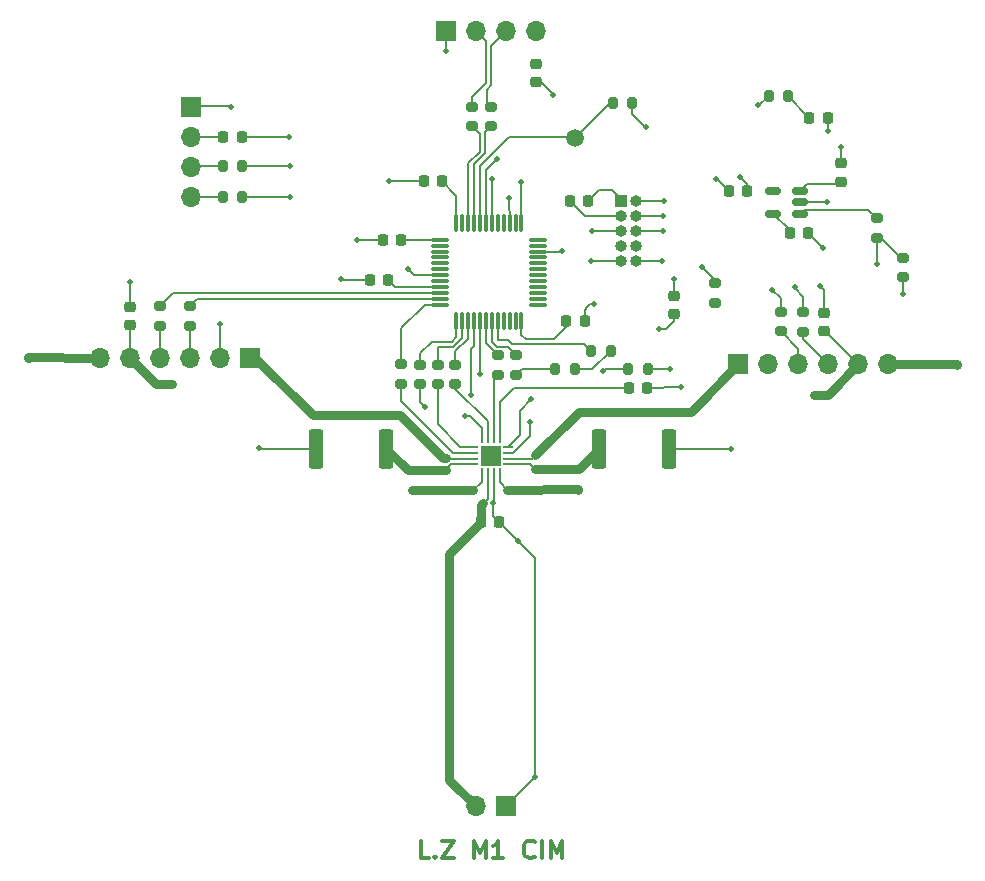
<source format=gbr>
%TF.GenerationSoftware,KiCad,Pcbnew,7.0.10*%
%TF.CreationDate,2024-01-31T17:44:34+01:00*%
%TF.ProjectId,minimouse,6d696e69-6d6f-4757-9365-2e6b69636164,rev?*%
%TF.SameCoordinates,Original*%
%TF.FileFunction,Copper,L1,Top*%
%TF.FilePolarity,Positive*%
%FSLAX46Y46*%
G04 Gerber Fmt 4.6, Leading zero omitted, Abs format (unit mm)*
G04 Created by KiCad (PCBNEW 7.0.10) date 2024-01-31 17:44:34*
%MOMM*%
%LPD*%
G01*
G04 APERTURE LIST*
G04 Aperture macros list*
%AMRoundRect*
0 Rectangle with rounded corners*
0 $1 Rounding radius*
0 $2 $3 $4 $5 $6 $7 $8 $9 X,Y pos of 4 corners*
0 Add a 4 corners polygon primitive as box body*
4,1,4,$2,$3,$4,$5,$6,$7,$8,$9,$2,$3,0*
0 Add four circle primitives for the rounded corners*
1,1,$1+$1,$2,$3*
1,1,$1+$1,$4,$5*
1,1,$1+$1,$6,$7*
1,1,$1+$1,$8,$9*
0 Add four rect primitives between the rounded corners*
20,1,$1+$1,$2,$3,$4,$5,0*
20,1,$1+$1,$4,$5,$6,$7,0*
20,1,$1+$1,$6,$7,$8,$9,0*
20,1,$1+$1,$8,$9,$2,$3,0*%
G04 Aperture macros list end*
%ADD10C,0.300000*%
%TA.AperFunction,NonConductor*%
%ADD11C,0.300000*%
%TD*%
%TA.AperFunction,ComponentPad*%
%ADD12R,1.700000X1.700000*%
%TD*%
%TA.AperFunction,ComponentPad*%
%ADD13O,1.700000X1.700000*%
%TD*%
%TA.AperFunction,SMDPad,CuDef*%
%ADD14RoundRect,0.225000X0.225000X0.250000X-0.225000X0.250000X-0.225000X-0.250000X0.225000X-0.250000X0*%
%TD*%
%TA.AperFunction,SMDPad,CuDef*%
%ADD15RoundRect,0.075000X-0.075000X-0.662500X0.075000X-0.662500X0.075000X0.662500X-0.075000X0.662500X0*%
%TD*%
%TA.AperFunction,SMDPad,CuDef*%
%ADD16RoundRect,0.075000X-0.662500X-0.075000X0.662500X-0.075000X0.662500X0.075000X-0.662500X0.075000X0*%
%TD*%
%TA.AperFunction,SMDPad,CuDef*%
%ADD17RoundRect,0.200000X-0.200000X-0.275000X0.200000X-0.275000X0.200000X0.275000X-0.200000X0.275000X0*%
%TD*%
%TA.AperFunction,SMDPad,CuDef*%
%ADD18RoundRect,0.225000X0.250000X-0.225000X0.250000X0.225000X-0.250000X0.225000X-0.250000X-0.225000X0*%
%TD*%
%TA.AperFunction,SMDPad,CuDef*%
%ADD19RoundRect,0.225000X-0.250000X0.225000X-0.250000X-0.225000X0.250000X-0.225000X0.250000X0.225000X0*%
%TD*%
%TA.AperFunction,SMDPad,CuDef*%
%ADD20RoundRect,0.200000X-0.275000X0.200000X-0.275000X-0.200000X0.275000X-0.200000X0.275000X0.200000X0*%
%TD*%
%TA.AperFunction,SMDPad,CuDef*%
%ADD21C,1.500000*%
%TD*%
%TA.AperFunction,SMDPad,CuDef*%
%ADD22RoundRect,0.062500X-0.325000X-0.062500X0.325000X-0.062500X0.325000X0.062500X-0.325000X0.062500X0*%
%TD*%
%TA.AperFunction,SMDPad,CuDef*%
%ADD23RoundRect,0.062500X-0.062500X-0.325000X0.062500X-0.325000X0.062500X0.325000X-0.062500X0.325000X0*%
%TD*%
%TA.AperFunction,SMDPad,CuDef*%
%ADD24R,1.800000X1.800000*%
%TD*%
%TA.AperFunction,SMDPad,CuDef*%
%ADD25RoundRect,0.225000X-0.225000X-0.250000X0.225000X-0.250000X0.225000X0.250000X-0.225000X0.250000X0*%
%TD*%
%TA.AperFunction,SMDPad,CuDef*%
%ADD26RoundRect,0.250000X-0.362500X-1.425000X0.362500X-1.425000X0.362500X1.425000X-0.362500X1.425000X0*%
%TD*%
%TA.AperFunction,SMDPad,CuDef*%
%ADD27RoundRect,0.200000X0.200000X0.275000X-0.200000X0.275000X-0.200000X-0.275000X0.200000X-0.275000X0*%
%TD*%
%TA.AperFunction,SMDPad,CuDef*%
%ADD28RoundRect,0.200000X0.275000X-0.200000X0.275000X0.200000X-0.275000X0.200000X-0.275000X-0.200000X0*%
%TD*%
%TA.AperFunction,SMDPad,CuDef*%
%ADD29RoundRect,0.150000X0.512500X0.150000X-0.512500X0.150000X-0.512500X-0.150000X0.512500X-0.150000X0*%
%TD*%
%TA.AperFunction,ComponentPad*%
%ADD30R,1.000000X1.000000*%
%TD*%
%TA.AperFunction,ComponentPad*%
%ADD31O,1.000000X1.000000*%
%TD*%
%TA.AperFunction,SMDPad,CuDef*%
%ADD32RoundRect,0.250000X0.362500X1.425000X-0.362500X1.425000X-0.362500X-1.425000X0.362500X-1.425000X0*%
%TD*%
%TA.AperFunction,SMDPad,CuDef*%
%ADD33RoundRect,0.218750X0.218750X0.256250X-0.218750X0.256250X-0.218750X-0.256250X0.218750X-0.256250X0*%
%TD*%
%TA.AperFunction,ViaPad*%
%ADD34C,0.500000*%
%TD*%
%TA.AperFunction,Conductor*%
%ADD35C,0.800000*%
%TD*%
%TA.AperFunction,Conductor*%
%ADD36C,0.200000*%
%TD*%
G04 APERTURE END LIST*
D10*
D11*
X144788796Y-139170828D02*
X144074510Y-139170828D01*
X144074510Y-139170828D02*
X144074510Y-137670828D01*
X145288796Y-139027971D02*
X145360225Y-139099400D01*
X145360225Y-139099400D02*
X145288796Y-139170828D01*
X145288796Y-139170828D02*
X145217368Y-139099400D01*
X145217368Y-139099400D02*
X145288796Y-139027971D01*
X145288796Y-139027971D02*
X145288796Y-139170828D01*
X145860225Y-137670828D02*
X146860225Y-137670828D01*
X146860225Y-137670828D02*
X145860225Y-139170828D01*
X145860225Y-139170828D02*
X146860225Y-139170828D01*
X148574510Y-139170828D02*
X148574510Y-137670828D01*
X148574510Y-137670828D02*
X149074510Y-138742257D01*
X149074510Y-138742257D02*
X149574510Y-137670828D01*
X149574510Y-137670828D02*
X149574510Y-139170828D01*
X151074511Y-139170828D02*
X150217368Y-139170828D01*
X150645939Y-139170828D02*
X150645939Y-137670828D01*
X150645939Y-137670828D02*
X150503082Y-137885114D01*
X150503082Y-137885114D02*
X150360225Y-138027971D01*
X150360225Y-138027971D02*
X150217368Y-138099400D01*
X153717367Y-139027971D02*
X153645939Y-139099400D01*
X153645939Y-139099400D02*
X153431653Y-139170828D01*
X153431653Y-139170828D02*
X153288796Y-139170828D01*
X153288796Y-139170828D02*
X153074510Y-139099400D01*
X153074510Y-139099400D02*
X152931653Y-138956542D01*
X152931653Y-138956542D02*
X152860224Y-138813685D01*
X152860224Y-138813685D02*
X152788796Y-138527971D01*
X152788796Y-138527971D02*
X152788796Y-138313685D01*
X152788796Y-138313685D02*
X152860224Y-138027971D01*
X152860224Y-138027971D02*
X152931653Y-137885114D01*
X152931653Y-137885114D02*
X153074510Y-137742257D01*
X153074510Y-137742257D02*
X153288796Y-137670828D01*
X153288796Y-137670828D02*
X153431653Y-137670828D01*
X153431653Y-137670828D02*
X153645939Y-137742257D01*
X153645939Y-137742257D02*
X153717367Y-137813685D01*
X154360224Y-139170828D02*
X154360224Y-137670828D01*
X155074510Y-139170828D02*
X155074510Y-137670828D01*
X155074510Y-137670828D02*
X155574510Y-138742257D01*
X155574510Y-138742257D02*
X156074510Y-137670828D01*
X156074510Y-137670828D02*
X156074510Y-139170828D01*
D12*
%TO.P,U4,1,GND*%
%TO.N,GND*%
X146190000Y-69125000D03*
D13*
%TO.P,U4,2,TRIG*%
%TO.N,/mcu/OUT_B9*%
X148730000Y-69125000D03*
%TO.P,U4,3,ECHO*%
%TO.N,Net-(U4-ECHO)*%
X151270000Y-69125000D03*
%TO.P,U4,4,VCC*%
%TO.N,+3.3V*%
X153810000Y-69125000D03*
%TD*%
D14*
%TO.P,C6,1*%
%TO.N,+3.3V*%
X158260000Y-83500000D03*
%TO.P,C6,2*%
%TO.N,GND*%
X156710000Y-83500000D03*
%TD*%
D15*
%TO.P,U1,48,VDD*%
%TO.N,+3.3V*%
X147100000Y-85387500D03*
%TO.P,U1,47,VSS*%
%TO.N,GND*%
X147600000Y-85387500D03*
%TO.P,U1,46,PB9*%
%TO.N,Net-(U1-PB9)*%
X148100000Y-85387500D03*
%TO.P,U1,45,PB8*%
%TO.N,/mcu/TIM8_CH2*%
X148600000Y-85387500D03*
%TO.P,U1,44,BOOT0*%
%TO.N,/mcu/BOOT0*%
X149100000Y-85387500D03*
%TO.P,U1,43,PB7*%
%TO.N,/external_uart/EXT_UART_TX*%
X149600000Y-85387500D03*
%TO.P,U1,42,PB6*%
%TO.N,Net-(U1-PB6)*%
X150100000Y-85387500D03*
%TO.P,U1,41,PB5*%
%TO.N,unconnected-(U1-PB5-Pad41)*%
X150600000Y-85387500D03*
%TO.P,U1,40,PB4*%
%TO.N,unconnected-(U1-PB4-Pad40)*%
X151100000Y-85387500D03*
%TO.P,U1,39,PB3*%
%TO.N,/mcu/SWO*%
X151600000Y-85387500D03*
%TO.P,U1,38,PA15*%
%TO.N,unconnected-(U1-PA15-Pad38)*%
X152100000Y-85387500D03*
%TO.P,U1,37,PA14*%
%TO.N,/mcu/SWDCLK*%
X152600000Y-85387500D03*
D16*
%TO.P,U1,36,PF7*%
%TO.N,unconnected-(U1-PF7-Pad36)*%
X154012500Y-86800000D03*
%TO.P,U1,35,PF6*%
%TO.N,unconnected-(U1-PF6-Pad35)*%
X154012500Y-87300000D03*
%TO.P,U1,34,PA13*%
%TO.N,/mcu/SWDIO*%
X154012500Y-87800000D03*
%TO.P,U1,33,PA12*%
%TO.N,unconnected-(U1-PA12-Pad33)*%
X154012500Y-88300000D03*
%TO.P,U1,32,PA11*%
%TO.N,unconnected-(U1-PA11-Pad32)*%
X154012500Y-88800000D03*
%TO.P,U1,31,PA10*%
%TO.N,unconnected-(U1-PA10-Pad31)*%
X154012500Y-89300000D03*
%TO.P,U1,30,PA9*%
%TO.N,unconnected-(U1-PA9-Pad30)*%
X154012500Y-89800000D03*
%TO.P,U1,29,PA8*%
%TO.N,unconnected-(U1-PA8-Pad29)*%
X154012500Y-90300000D03*
%TO.P,U1,28,PB15*%
%TO.N,unconnected-(U1-PB15-Pad28)*%
X154012500Y-90800000D03*
%TO.P,U1,27,PB14*%
%TO.N,unconnected-(U1-PB14-Pad27)*%
X154012500Y-91300000D03*
%TO.P,U1,26,PB13*%
%TO.N,unconnected-(U1-PB13-Pad26)*%
X154012500Y-91800000D03*
%TO.P,U1,25,PB12*%
%TO.N,unconnected-(U1-PB12-Pad25)*%
X154012500Y-92300000D03*
D15*
%TO.P,U1,24,VDD*%
%TO.N,+3.3V*%
X152600000Y-93712500D03*
%TO.P,U1,23,VSS*%
%TO.N,GND*%
X152100000Y-93712500D03*
%TO.P,U1,22,PB11*%
%TO.N,unconnected-(U1-PB11-Pad22)*%
X151600000Y-93712500D03*
%TO.P,U1,21,PB10*%
%TO.N,unconnected-(U1-PB10-Pad21)*%
X151100000Y-93712500D03*
%TO.P,U1,20,PB2*%
%TO.N,/mcu/IN_B2*%
X150600000Y-93712500D03*
%TO.P,U1,19,PB1*%
%TO.N,Net-(U1-PB1)*%
X150100000Y-93712500D03*
%TO.P,U1,18,PB0*%
%TO.N,Net-(U1-PB0)*%
X149600000Y-93712500D03*
%TO.P,U1,17,PA7*%
%TO.N,/mcu/TIM3_CH2*%
X149100000Y-93712500D03*
%TO.P,U1,16,PA6*%
%TO.N,/mcu/TIM3_CH1*%
X148600000Y-93712500D03*
%TO.P,U1,15,PA5*%
%TO.N,Net-(U1-PA5)*%
X148100000Y-93712500D03*
%TO.P,U1,14,PA4*%
%TO.N,Net-(U1-PA4)*%
X147600000Y-93712500D03*
%TO.P,U1,13,PA3*%
%TO.N,Net-(U1-PA3)*%
X147100000Y-93712500D03*
D16*
%TO.P,U1,12,PA2*%
%TO.N,Net-(U1-PA2)*%
X145687500Y-92300000D03*
%TO.P,U1,11,PA1*%
%TO.N,/mcu/TIM2_CH2*%
X145687500Y-91800000D03*
%TO.P,U1,10,PA0*%
%TO.N,/mcu/TIM2_CH1*%
X145687500Y-91300000D03*
%TO.P,U1,9,VDDA*%
%TO.N,+3.3V*%
X145687500Y-90800000D03*
%TO.P,U1,8,VSSA*%
%TO.N,GND*%
X145687500Y-90300000D03*
%TO.P,U1,7,NRST*%
%TO.N,/mcu/~{RESET}*%
X145687500Y-89800000D03*
%TO.P,U1,6,PF1*%
%TO.N,unconnected-(U1-PF1-Pad6)*%
X145687500Y-89300000D03*
%TO.P,U1,5,PF0*%
%TO.N,unconnected-(U1-PF0-Pad5)*%
X145687500Y-88800000D03*
%TO.P,U1,4,PC15*%
%TO.N,unconnected-(U1-PC15-Pad4)*%
X145687500Y-88300000D03*
%TO.P,U1,3,PC14*%
%TO.N,unconnected-(U1-PC14-Pad3)*%
X145687500Y-87800000D03*
%TO.P,U1,2,PC13*%
%TO.N,unconnected-(U1-PC13-Pad2)*%
X145687500Y-87300000D03*
%TO.P,U1,1,VDD*%
%TO.N,+3.3V*%
X145687500Y-86800000D03*
%TD*%
D17*
%TO.P,R1,1*%
%TO.N,/mcu/BOOT0*%
X160330000Y-75230000D03*
%TO.P,R1,2*%
%TO.N,GND*%
X161980000Y-75230000D03*
%TD*%
D18*
%TO.P,C20,1*%
%TO.N,+BATT*%
X119440000Y-94055000D03*
%TO.P,C20,2*%
%TO.N,GND*%
X119440000Y-92505000D03*
%TD*%
D17*
%TO.P,R20,1*%
%TO.N,Net-(J2-Pin_3)*%
X127295000Y-80600000D03*
%TO.P,R20,2*%
%TO.N,/external_uart/EXT_UART_TX*%
X128945000Y-80600000D03*
%TD*%
D19*
%TO.P,C9,1*%
%TO.N,Net-(C9-Pad1)*%
X165520000Y-91562500D03*
%TO.P,C9,2*%
%TO.N,GND*%
X165520000Y-93112500D03*
%TD*%
D20*
%TO.P,R22,1*%
%TO.N,/mcu/TIM2_CH1*%
X121960000Y-92450000D03*
%TO.P,R22,2*%
%TO.N,Net-(J4-Pin_4)*%
X121960000Y-94100000D03*
%TD*%
D21*
%TO.P,BOOT0,1,1*%
%TO.N,/mcu/BOOT0*%
X157150000Y-78150000D03*
%TD*%
D13*
%TO.P,J4,6,Pin_6*%
%TO.N,/motorB/MB*%
X116900000Y-96800000D03*
%TO.P,J4,5,Pin_5*%
%TO.N,+BATT*%
X119440000Y-96800000D03*
%TO.P,J4,4,Pin_4*%
%TO.N,Net-(J4-Pin_4)*%
X121980000Y-96800000D03*
%TO.P,J4,3,Pin_3*%
%TO.N,Net-(J4-Pin_3)*%
X124520000Y-96800000D03*
%TO.P,J4,2,Pin_2*%
%TO.N,GND*%
X127060000Y-96800000D03*
D12*
%TO.P,J4,1,Pin_1*%
%TO.N,/motorB/MA*%
X129600000Y-96800000D03*
%TD*%
D17*
%TO.P,R13,2*%
%TO.N,Net-(C9-Pad1)*%
X163310000Y-97770000D03*
%TO.P,R13,1*%
%TO.N,Net-(U2-TOFF)*%
X161660000Y-97770000D03*
%TD*%
D20*
%TO.P,R4,1*%
%TO.N,Net-(U1-PA4)*%
X145500600Y-97375000D03*
%TO.P,R4,2*%
%TO.N,/mcu/OUT_A4*%
X145500600Y-99025000D03*
%TD*%
D14*
%TO.P,C4,1*%
%TO.N,+3.3V*%
X142425000Y-86790000D03*
%TO.P,C4,2*%
%TO.N,GND*%
X140875000Y-86790000D03*
%TD*%
D22*
%TO.P,U2,1,PHA*%
%TO.N,/mcu/OUT_A4*%
X148512500Y-104330000D03*
%TO.P,U2,2,PWMA*%
%TO.N,/mcu/TIM15_CH1*%
X148512500Y-104830000D03*
%TO.P,U2,3,OUTA1*%
%TO.N,/motorB/MA*%
X148512500Y-105330000D03*
%TO.P,U2,4,SENSEA*%
%TO.N,Net-(U2-SENSEA)*%
X148512500Y-105830000D03*
D23*
%TO.P,U2,5,OUTA2*%
%TO.N,/motorB/MB*%
X149250000Y-106567500D03*
%TO.P,U2,6,VS*%
%TO.N,+BATT*%
X149750000Y-106567500D03*
%TO.P,U2,7,GND*%
%TO.N,GND*%
X150250000Y-106567500D03*
%TO.P,U2,8,OUTB2*%
%TO.N,/motorA/MB*%
X150750000Y-106567500D03*
D22*
%TO.P,U2,9,SENSEB*%
%TO.N,Net-(U2-SENSEB)*%
X151487500Y-105830000D03*
%TO.P,U2,10,OUTB1*%
%TO.N,/motorA/MA*%
X151487500Y-105330000D03*
%TO.P,U2,11,REF*%
%TO.N,/motor_control/REF*%
X151487500Y-104830000D03*
%TO.P,U2,12,TOFF*%
%TO.N,Net-(U2-TOFF)*%
X151487500Y-104330000D03*
D23*
%TO.P,U2,13,EN/FLT*%
%TO.N,Net-(U2-EN{slash}FLT)*%
X150750000Y-103592500D03*
%TO.P,U2,14,STBY/RESET*%
%TO.N,/mcu/OUT_B0*%
X150250000Y-103592500D03*
%TO.P,U2,15,PHB*%
%TO.N,/mcu/OUT_A5*%
X149750000Y-103592500D03*
%TO.P,U2,16,PWMB*%
%TO.N,/mcu/TIM15_CH2*%
X149250000Y-103592500D03*
D24*
%TO.P,U2,17,EPAD*%
%TO.N,GND*%
X150000000Y-105080000D03*
%TD*%
D20*
%TO.P,R9,1*%
%TO.N,/mcu/OUT_B9*%
X148440000Y-75530000D03*
%TO.P,R9,2*%
%TO.N,Net-(U1-PB9)*%
X148440000Y-77180000D03*
%TD*%
%TO.P,R24,1*%
%TO.N,/mcu/TIM2_CH2*%
X124500000Y-92450000D03*
%TO.P,R24,2*%
%TO.N,Net-(J4-Pin_3)*%
X124500000Y-94100000D03*
%TD*%
D12*
%TO.P,U4,1,GND*%
%TO.N,GND*%
X146190000Y-69125000D03*
D13*
%TO.P,U4,2,TRIG*%
%TO.N,/mcu/OUT_B9*%
X148730000Y-69125000D03*
%TO.P,U4,3,ECHO*%
%TO.N,Net-(U4-ECHO)*%
X151270000Y-69125000D03*
%TO.P,U4,4,VCC*%
%TO.N,+3V3*%
X153810000Y-69125000D03*
%TD*%
D14*
%TO.P,C12,1*%
%TO.N,+3.3V*%
X171700000Y-82670000D03*
%TO.P,C12,2*%
%TO.N,GND*%
X170150000Y-82670000D03*
%TD*%
D25*
%TO.P,C5,1*%
%TO.N,+3.3V*%
X156395000Y-93700000D03*
%TO.P,C5,2*%
%TO.N,GND*%
X157945000Y-93700000D03*
%TD*%
D20*
%TO.P,R15,2*%
%TO.N,GND*%
X184950000Y-89975000D03*
%TO.P,R15,1*%
%TO.N,/motor_control/REF*%
X184950000Y-88325000D03*
%TD*%
%TO.P,R23,1*%
%TO.N,/mcu/TIM3_CH2*%
X174540000Y-92905000D03*
%TO.P,R23,2*%
%TO.N,Net-(J3-Pin_3)*%
X174540000Y-94555000D03*
%TD*%
%TO.P,R16,1*%
%TO.N,+BATT*%
X182680000Y-84995000D03*
%TO.P,R16,2*%
%TO.N,/motor_control/REF*%
X182680000Y-86645000D03*
%TD*%
D17*
%TO.P,R18,1*%
%TO.N,+3.3V*%
X173530000Y-74610000D03*
%TO.P,R18,2*%
%TO.N,Net-(D1-A)*%
X175180000Y-74610000D03*
%TD*%
D12*
%TO.P,J5,1,Pin_1*%
%TO.N,GND*%
X151270000Y-134775000D03*
D13*
%TO.P,J5,2,Pin_2*%
%TO.N,+BATT*%
X148730000Y-134775000D03*
%TD*%
D14*
%TO.P,C3,1*%
%TO.N,+3.3V*%
X145875000Y-81860000D03*
%TO.P,C3,2*%
%TO.N,GND*%
X144325000Y-81860000D03*
%TD*%
D26*
%TO.P,R11,1*%
%TO.N,Net-(U2-SENSEB)*%
X159200000Y-104550000D03*
%TO.P,R11,2*%
%TO.N,GND*%
X165125000Y-104550000D03*
%TD*%
D12*
%TO.P,J3,1,Pin_1*%
%TO.N,/motorA/MA*%
X170960000Y-97360000D03*
D13*
%TO.P,J3,2,Pin_2*%
%TO.N,GND*%
X173500000Y-97360000D03*
%TO.P,J3,3,Pin_3*%
%TO.N,Net-(J3-Pin_3)*%
X176040000Y-97360000D03*
%TO.P,J3,4,Pin_4*%
%TO.N,Net-(J3-Pin_4)*%
X178580000Y-97360000D03*
%TO.P,J3,5,Pin_5*%
%TO.N,+BATT*%
X181120000Y-97360000D03*
%TO.P,J3,6,Pin_6*%
%TO.N,/motorA/MB*%
X183660000Y-97360000D03*
%TD*%
D20*
%TO.P,R21,1*%
%TO.N,/mcu/TIM3_CH1*%
X176450000Y-92955000D03*
%TO.P,R21,2*%
%TO.N,Net-(J3-Pin_4)*%
X176450000Y-94605000D03*
%TD*%
D17*
%TO.P,R8,1*%
%TO.N,/external_uart/EXT_UART_RX*%
X127295000Y-83180000D03*
%TO.P,R8,2*%
%TO.N,Net-(U1-PB6)*%
X128945000Y-83180000D03*
%TD*%
D27*
%TO.P,R25,1*%
%TO.N,Net-(U2-EN{slash}FLT)*%
X160155000Y-96190000D03*
%TO.P,R25,2*%
%TO.N,/mcu/IN_B2*%
X158505000Y-96190000D03*
%TD*%
D28*
%TO.P,R7,1*%
%TO.N,/mcu/OUT_B1*%
X152179400Y-98251000D03*
%TO.P,R7,2*%
%TO.N,Net-(U1-PB1)*%
X152179400Y-96601000D03*
%TD*%
D20*
%TO.P,R2,1*%
%TO.N,Net-(U1-PA2)*%
X142436600Y-97328000D03*
%TO.P,R2,2*%
%TO.N,/mcu/TIM15_CH1*%
X142436600Y-98978000D03*
%TD*%
D25*
%TO.P,C7,2*%
%TO.N,GND*%
X150735000Y-110700000D03*
%TO.P,C7,1*%
%TO.N,+BATT*%
X149185000Y-110700000D03*
%TD*%
D27*
%TO.P,R10,2*%
%TO.N,/mcu/OUT_B1*%
X155465000Y-97750000D03*
%TO.P,R10,1*%
%TO.N,Net-(U2-EN{slash}FLT)*%
X157115000Y-97750000D03*
%TD*%
D25*
%TO.P,C8,1*%
%TO.N,Net-(U2-EN{slash}FLT)*%
X161715000Y-99320000D03*
%TO.P,C8,2*%
%TO.N,GND*%
X163265000Y-99320000D03*
%TD*%
D20*
%TO.P,R3,2*%
%TO.N,/mcu/TIM15_CH2*%
X144000600Y-99025000D03*
%TO.P,R3,1*%
%TO.N,Net-(U1-PA3)*%
X144000600Y-97375000D03*
%TD*%
D14*
%TO.P,C2,1*%
%TO.N,+3.3V*%
X141325000Y-90250000D03*
%TO.P,C2,2*%
%TO.N,GND*%
X139775000Y-90250000D03*
%TD*%
D29*
%TO.P,U3,1,IN*%
%TO.N,+BATT*%
X176160000Y-84600000D03*
%TO.P,U3,2,GND*%
%TO.N,GND*%
X176160000Y-83650000D03*
%TO.P,U3,3,EN*%
%TO.N,+BATT*%
X176160000Y-82700000D03*
%TO.P,U3,4,NC*%
%TO.N,unconnected-(U3-NC-Pad4)*%
X173885000Y-82700000D03*
%TO.P,U3,5,OUT*%
%TO.N,+3.3V*%
X173885000Y-84600000D03*
%TD*%
D25*
%TO.P,C1,1*%
%TO.N,+3.3V*%
X175305000Y-86240000D03*
%TO.P,C1,2*%
%TO.N,GND*%
X176855000Y-86240000D03*
%TD*%
D18*
%TO.P,C19,2*%
%TO.N,GND*%
X178230000Y-93005000D03*
%TO.P,C19,1*%
%TO.N,+BATT*%
X178230000Y-94555000D03*
%TD*%
D20*
%TO.P,R5,1*%
%TO.N,Net-(U1-PA5)*%
X147000600Y-97375000D03*
%TO.P,R5,2*%
%TO.N,/mcu/OUT_A5*%
X147000600Y-99025000D03*
%TD*%
D30*
%TO.P,J1,1,VTref*%
%TO.N,+3.3V*%
X160990000Y-83510000D03*
D31*
%TO.P,J1,2,SWDIO/TMS*%
%TO.N,/mcu/SWDIO*%
X162260000Y-83510000D03*
%TO.P,J1,3,GND*%
%TO.N,GND*%
X160990000Y-84780000D03*
%TO.P,J1,4,SWDCLK/TCK*%
%TO.N,/mcu/SWDCLK*%
X162260000Y-84780000D03*
%TO.P,J1,5,GND*%
%TO.N,GND*%
X160990000Y-86050000D03*
%TO.P,J1,6,SWO/TDO*%
%TO.N,/mcu/SWO*%
X162260000Y-86050000D03*
%TO.P,J1,7,KEY*%
%TO.N,unconnected-(J1-KEY-Pad7)*%
X160990000Y-87320000D03*
%TO.P,J1,8,NC/TDI*%
%TO.N,unconnected-(J1-NC{slash}TDI-Pad8)*%
X162260000Y-87320000D03*
%TO.P,J1,9,GNDDetect*%
%TO.N,GND*%
X160990000Y-88590000D03*
%TO.P,J1,10,~{RESET}*%
%TO.N,/mcu/~{RESET}*%
X162260000Y-88590000D03*
%TD*%
D12*
%TO.P,J2,1,Pin_1*%
%TO.N,GND*%
X124590000Y-75540000D03*
D13*
%TO.P,J2,2,Pin_2*%
%TO.N,+BATT*%
X124590000Y-78080000D03*
%TO.P,J2,3,Pin_3*%
%TO.N,Net-(J2-Pin_3)*%
X124590000Y-80620000D03*
%TO.P,J2,4,Pin_4*%
%TO.N,/external_uart/EXT_UART_RX*%
X124590000Y-83160000D03*
%TD*%
D32*
%TO.P,R12,1*%
%TO.N,Net-(U2-SENSEA)*%
X141165000Y-104480000D03*
%TO.P,R12,2*%
%TO.N,GND*%
X135240000Y-104480000D03*
%TD*%
D20*
%TO.P,R14,1*%
%TO.N,Net-(U2-TOFF)*%
X168970000Y-90470000D03*
%TO.P,R14,2*%
%TO.N,GND*%
X168970000Y-92120000D03*
%TD*%
D28*
%TO.P,R19,1*%
%TO.N,/mcu/TIM8_CH2*%
X150040000Y-77180000D03*
%TO.P,R19,2*%
%TO.N,Net-(U4-ECHO)*%
X150040000Y-75530000D03*
%TD*%
D18*
%TO.P,C11,1*%
%TO.N,+BATT*%
X179700000Y-81890000D03*
%TO.P,C11,2*%
%TO.N,GND*%
X179700000Y-80340000D03*
%TD*%
D19*
%TO.P,C17,1*%
%TO.N,+3.3V*%
X153830000Y-71895000D03*
%TO.P,C17,2*%
%TO.N,GND*%
X153830000Y-73445000D03*
%TD*%
D33*
%TO.P,D1,1,K*%
%TO.N,GND*%
X178565000Y-76470000D03*
%TO.P,D1,2,A*%
%TO.N,Net-(D1-A)*%
X176990000Y-76470000D03*
%TD*%
D25*
%TO.P,C18,1*%
%TO.N,+BATT*%
X127355000Y-78110000D03*
%TO.P,C18,2*%
%TO.N,GND*%
X128905000Y-78110000D03*
%TD*%
D28*
%TO.P,R6,1*%
%TO.N,/mcu/OUT_B0*%
X150630000Y-98250000D03*
%TO.P,R6,2*%
%TO.N,Net-(U1-PB0)*%
X150630000Y-96600000D03*
%TD*%
D34*
%TO.N,+BATT*%
X177420000Y-99960000D03*
X122990000Y-99010000D03*
%TO.N,Net-(C9-Pad1)*%
X165180000Y-97720000D03*
%TO.N,GND*%
X138670000Y-86800000D03*
X137330000Y-90170000D03*
%TO.N,Net-(C9-Pad1)*%
X165500000Y-90130000D03*
%TO.N,GND*%
X141430000Y-81800000D03*
X166150000Y-99300000D03*
%TO.N,Net-(U2-TOFF)*%
X153430000Y-100320000D03*
X159520000Y-97950000D03*
%TO.N,GND*%
X127080000Y-93910000D03*
%TO.N,/mcu/TIM15_CH2*%
X144410000Y-100940000D03*
X147820000Y-101730000D03*
%TO.N,GND*%
X119440000Y-90340000D03*
X170370000Y-104490000D03*
X130350000Y-104430000D03*
%TO.N,/motor_control/REF*%
X182700000Y-88870000D03*
%TO.N,GND*%
X184950000Y-91390000D03*
X155270000Y-74550000D03*
X163130000Y-77290000D03*
X146190000Y-70830000D03*
%TO.N,/mcu/SWO*%
X151550000Y-83290000D03*
X164630000Y-86050000D03*
%TO.N,/mcu/SWDIO*%
X156060000Y-87780000D03*
%TO.N,Net-(U1-PB6)*%
X150150000Y-81670000D03*
%TO.N,/external_uart/EXT_UART_TX*%
X150520000Y-79970000D03*
%TO.N,Net-(U2-TOFF)*%
X167890000Y-89130000D03*
%TO.N,/motor_control/REF*%
X153320000Y-102250000D03*
%TO.N,/mcu/TIM3_CH2*%
X173790000Y-91020000D03*
%TO.N,/mcu/TIM3_CH1*%
X175750000Y-90830000D03*
%TO.N,GND*%
X177880000Y-90710000D03*
X158750000Y-92260000D03*
X164250000Y-94367500D03*
X178130000Y-87520000D03*
X128020000Y-75550000D03*
X132890000Y-78080000D03*
%TO.N,+3.3V*%
X171090000Y-81500000D03*
%TO.N,GND*%
X169100000Y-81660000D03*
%TO.N,+3.3V*%
X172660000Y-75410000D03*
%TO.N,GND*%
X179670000Y-78940000D03*
X178480000Y-83640000D03*
X158610000Y-86080000D03*
X158490000Y-88580000D03*
%TO.N,/mcu/~{RESET}*%
X164490000Y-88570000D03*
%TO.N,/mcu/SWDCLK*%
X164630000Y-84830000D03*
%TO.N,/mcu/SWDIO*%
X164680000Y-83510000D03*
%TO.N,/mcu/SWDCLK*%
X152600000Y-81920000D03*
%TO.N,/motorA/MB*%
X189410000Y-97340000D03*
X157320000Y-107920000D03*
%TO.N,/motorB/MB*%
X143360000Y-107970000D03*
X110840000Y-96760000D03*
%TO.N,GND*%
X150230000Y-109120000D03*
X152310000Y-112270000D03*
X153760000Y-132260000D03*
X178570000Y-77590000D03*
%TO.N,/mcu/~{RESET}*%
X142970000Y-89250000D03*
%TO.N,/mcu/TIM3_CH1*%
X148300000Y-99940000D03*
%TO.N,/mcu/TIM3_CH2*%
X149110000Y-98150000D03*
%TO.N,Net-(U1-PB6)*%
X132980000Y-83180000D03*
%TO.N,/external_uart/EXT_UART_TX*%
X132990000Y-80600000D03*
%TD*%
D35*
%TO.N,+BATT*%
X177410000Y-99950000D02*
X177400000Y-99950000D01*
X177420000Y-99960000D02*
X177410000Y-99950000D01*
X177430000Y-99950000D02*
X177420000Y-99960000D01*
X122960000Y-98990000D02*
X122940000Y-98990000D01*
X122990000Y-99010000D02*
X122960000Y-98990000D01*
X122920000Y-98990000D02*
X122990000Y-99010000D01*
X121630000Y-98990000D02*
X122920000Y-98990000D01*
X119440000Y-96800000D02*
X121630000Y-98990000D01*
X178530000Y-99950000D02*
X177430000Y-99950000D01*
X181120000Y-97360000D02*
X178530000Y-99950000D01*
D36*
%TO.N,Net-(C9-Pad1)*%
X165230000Y-97720000D02*
X165190000Y-97760000D01*
X165180000Y-97720000D02*
X165230000Y-97720000D01*
X165180000Y-97770000D02*
X165180000Y-97720000D01*
X165180000Y-97770000D02*
X165180000Y-97770000D01*
X163310000Y-97770000D02*
X165180000Y-97770000D01*
%TO.N,GND*%
X138670000Y-86710000D02*
X138730000Y-86770000D01*
X138670000Y-86800000D02*
X138670000Y-86710000D01*
X138760000Y-86800000D02*
X138670000Y-86800000D01*
X137280000Y-90170000D02*
X137310000Y-90200000D01*
X137330000Y-90170000D02*
X137280000Y-90170000D01*
X137330000Y-90220000D02*
X137330000Y-90170000D01*
X138750000Y-86790000D02*
X138760000Y-86800000D01*
X140875000Y-86790000D02*
X138750000Y-86790000D01*
X137360000Y-90250000D02*
X137330000Y-90220000D01*
X139775000Y-90250000D02*
X137360000Y-90250000D01*
%TO.N,Net-(C9-Pad1)*%
X165470000Y-90130000D02*
X165510000Y-90170000D01*
X165500000Y-90130000D02*
X165470000Y-90130000D01*
X165500000Y-90160000D02*
X165500000Y-90130000D01*
X165520000Y-90180000D02*
X165500000Y-90160000D01*
X165520000Y-91562500D02*
X165520000Y-90180000D01*
%TO.N,GND*%
X141430000Y-81800000D02*
X141470000Y-81860000D01*
X144325000Y-81860000D02*
X141430000Y-81800000D01*
%TO.N,Net-(U4-ECHO)*%
X151270000Y-69125000D02*
X150010000Y-70385000D01*
%TO.N,/mcu/OUT_B9*%
X148440000Y-74739999D02*
X148440000Y-75530000D01*
X149610000Y-70005000D02*
X149610000Y-73569999D01*
X149610000Y-73569999D02*
X148440000Y-74739999D01*
X148730000Y-69125000D02*
X149610000Y-70005000D01*
%TO.N,GND*%
X146190000Y-70830000D02*
X146190000Y-69125000D01*
X166150000Y-99300000D02*
X166140000Y-99320000D01*
X163265000Y-99320000D02*
X166150000Y-99300000D01*
%TO.N,Net-(U2-EN{slash}FLT)*%
X158595000Y-97750000D02*
X160155000Y-96190000D01*
X157115000Y-97750000D02*
X158595000Y-97750000D01*
%TO.N,Net-(U2-TOFF)*%
X152450000Y-101300000D02*
X152450000Y-102230000D01*
X153430000Y-100320000D02*
X152450000Y-101300000D01*
X159700000Y-97770000D02*
X159520000Y-97950000D01*
X161660000Y-97770000D02*
X159700000Y-97770000D01*
%TO.N,Net-(U2-EN{slash}FLT)*%
X161705000Y-99330000D02*
X151950000Y-99330000D01*
X161715000Y-99320000D02*
X161705000Y-99330000D01*
X150750000Y-100530000D02*
X150750000Y-103592500D01*
X151950000Y-99330000D02*
X150750000Y-100530000D01*
%TO.N,/mcu/OUT_B1*%
X152680400Y-97750000D02*
X152179400Y-98251000D01*
X155465000Y-97750000D02*
X152680400Y-97750000D01*
%TO.N,GND*%
X119440000Y-92505000D02*
X119440000Y-90340000D01*
X127080000Y-93910000D02*
X127060000Y-93930000D01*
X127060000Y-96800000D02*
X127080000Y-93910000D01*
X150230000Y-110195000D02*
X150735000Y-110700000D01*
X150230000Y-109120000D02*
X150230000Y-110195000D01*
X153760000Y-113720000D02*
X152310000Y-112270000D01*
X153760000Y-132260000D02*
X153760000Y-113720000D01*
%TO.N,/mcu/TIM15_CH2*%
X147830000Y-101720000D02*
X147820000Y-101730000D01*
X148230000Y-101720000D02*
X147830000Y-101720000D01*
%TO.N,/mcu/SWDCLK*%
X164580000Y-84780000D02*
X164630000Y-84830000D01*
X162260000Y-84780000D02*
X164580000Y-84780000D01*
%TO.N,Net-(U1-PB6)*%
X132980000Y-83180000D02*
X128945000Y-83180000D01*
%TO.N,/external_uart/EXT_UART_TX*%
X132990000Y-80600000D02*
X133000000Y-80610000D01*
X128945000Y-80600000D02*
X132990000Y-80600000D01*
%TO.N,GND*%
X124610000Y-75520000D02*
X128040000Y-75520000D01*
X128040000Y-75520000D02*
X128070000Y-75550000D01*
X124590000Y-75540000D02*
X124610000Y-75520000D01*
X170410000Y-104490000D02*
X170400000Y-104500000D01*
X170370000Y-104490000D02*
X170410000Y-104490000D01*
X170370000Y-104530000D02*
X170370000Y-104490000D01*
X130350000Y-104410000D02*
X130410000Y-104470000D01*
X130350000Y-104430000D02*
X130350000Y-104410000D01*
X130370000Y-104430000D02*
X130350000Y-104430000D01*
X170350000Y-104550000D02*
X170370000Y-104530000D01*
X165125000Y-104550000D02*
X170350000Y-104550000D01*
X130420000Y-104480000D02*
X130370000Y-104430000D01*
X135240000Y-104480000D02*
X130420000Y-104480000D01*
%TO.N,/motor_control/REF*%
X182680000Y-88890000D02*
X182680000Y-88940000D01*
X182700000Y-88870000D02*
X182680000Y-88890000D01*
X182680000Y-88850000D02*
X182700000Y-88870000D01*
X182680000Y-86645000D02*
X182680000Y-88850000D01*
%TO.N,+BATT*%
X176510000Y-84250000D02*
X176160000Y-84600000D01*
X181935000Y-84250000D02*
X176510000Y-84250000D01*
X182680000Y-84995000D02*
X181935000Y-84250000D01*
%TO.N,GND*%
X184950000Y-91390000D02*
X184950000Y-91450000D01*
X184950000Y-91450000D02*
X184970000Y-91470000D01*
X184950000Y-89975000D02*
X184950000Y-91390000D01*
%TO.N,/motor_control/REF*%
X184715000Y-88325000D02*
X184950000Y-88325000D01*
X183035000Y-86645000D02*
X184715000Y-88325000D01*
X182680000Y-86645000D02*
X183035000Y-86645000D01*
%TO.N,GND*%
X155330000Y-74550000D02*
X155350000Y-74570000D01*
X155270000Y-74550000D02*
X155330000Y-74550000D01*
X155270000Y-74490000D02*
X155270000Y-74550000D01*
X154225000Y-73445000D02*
X155270000Y-74490000D01*
X153830000Y-73445000D02*
X154225000Y-73445000D01*
X163130000Y-77330000D02*
X163120000Y-77320000D01*
X163130000Y-77290000D02*
X163130000Y-77330000D01*
X163090000Y-77290000D02*
X163130000Y-77290000D01*
X161980000Y-76180000D02*
X163090000Y-77290000D01*
X161980000Y-75230000D02*
X161980000Y-76180000D01*
%TO.N,/mcu/BOOT0*%
X157150000Y-78150000D02*
X160070000Y-75230000D01*
X160070000Y-75230000D02*
X160330000Y-75230000D01*
%TO.N,/mcu/SWO*%
X151550000Y-83290000D02*
X151600000Y-83320000D01*
X151600000Y-83320000D02*
X151610000Y-83310000D01*
X151600000Y-85387500D02*
X151550000Y-83290000D01*
X162260000Y-86050000D02*
X164630000Y-86050000D01*
%TO.N,/mcu/~{RESET}*%
X164470000Y-88590000D02*
X164490000Y-88570000D01*
X162260000Y-88590000D02*
X164470000Y-88590000D01*
%TO.N,/mcu/SWDIO*%
X156080000Y-87780000D02*
X156070000Y-87790000D01*
X156060000Y-87780000D02*
X156080000Y-87780000D01*
X156060000Y-87800000D02*
X156060000Y-87780000D01*
X156060000Y-87800000D02*
X156060000Y-87800000D01*
X154012500Y-87800000D02*
X156060000Y-87800000D01*
%TO.N,/mcu/SWDCLK*%
X152600000Y-85387500D02*
X152600000Y-81920000D01*
%TO.N,/external_uart/EXT_UART_TX*%
X150540000Y-79970000D02*
X150520000Y-79990000D01*
X150520000Y-79970000D02*
X150540000Y-79970000D01*
X150520000Y-79990000D02*
X150520000Y-79970000D01*
%TO.N,Net-(U1-PB6)*%
X150100000Y-85387500D02*
X150100000Y-81670000D01*
%TO.N,/external_uart/EXT_UART_TX*%
X149600000Y-80910000D02*
X150520000Y-79990000D01*
X149600000Y-85387500D02*
X149600000Y-80910000D01*
%TO.N,Net-(U2-TOFF)*%
X167890000Y-89130000D02*
X167900000Y-89140000D01*
X168970000Y-90210000D02*
X167890000Y-89130000D01*
X168970000Y-90470000D02*
X168970000Y-90210000D01*
%TO.N,/motor_control/REF*%
X153320000Y-102250000D02*
X153330000Y-102250000D01*
%TO.N,Net-(U2-TOFF)*%
X152450000Y-102230000D02*
X152450000Y-102250000D01*
%TO.N,/motor_control/REF*%
X153330000Y-103389386D02*
X153320000Y-102250000D01*
X151889386Y-104830000D02*
X153330000Y-103389386D01*
X151487500Y-104830000D02*
X151889386Y-104830000D01*
%TO.N,Net-(U2-TOFF)*%
X152450000Y-103367500D02*
X152450000Y-102230000D01*
X151487500Y-104330000D02*
X152450000Y-103367500D01*
%TO.N,/mcu/IN_B2*%
X150640000Y-95330000D02*
X150600000Y-95290000D01*
X151500000Y-95330000D02*
X150640000Y-95330000D01*
X150600000Y-95290000D02*
X150600000Y-93712500D01*
X157935000Y-95620000D02*
X151790000Y-95620000D01*
X158505000Y-96190000D02*
X157935000Y-95620000D01*
X151790000Y-95620000D02*
X151500000Y-95330000D01*
%TO.N,/mcu/OUT_B1*%
X152519000Y-98251000D02*
X152179400Y-98251000D01*
%TO.N,/mcu/TIM3_CH2*%
X173790000Y-91020000D02*
X173810000Y-91040000D01*
%TO.N,/mcu/TIM3_CH1*%
X175660000Y-90830000D02*
X175660000Y-90830000D01*
X175750000Y-90830000D02*
X175660000Y-90830000D01*
X175750000Y-90920000D02*
X175750000Y-90830000D01*
%TO.N,GND*%
X177850000Y-90710000D02*
X177900000Y-90760000D01*
X177880000Y-90710000D02*
X177850000Y-90710000D01*
X177880000Y-90740000D02*
X177880000Y-90710000D01*
X178230000Y-91090000D02*
X177880000Y-90740000D01*
X178230000Y-93005000D02*
X178230000Y-91090000D01*
%TO.N,/mcu/TIM3_CH1*%
X176450000Y-91620000D02*
X175750000Y-90920000D01*
X176450000Y-92955000D02*
X176450000Y-91620000D01*
%TO.N,/mcu/TIM3_CH2*%
X174540000Y-91770000D02*
X173790000Y-91020000D01*
X174540000Y-92905000D02*
X174540000Y-91770000D01*
%TO.N,GND*%
X158750000Y-92260000D02*
X158750000Y-92270000D01*
X158440000Y-92270000D02*
X158750000Y-92260000D01*
X158170000Y-92540000D02*
X158440000Y-92270000D01*
X157945000Y-92765000D02*
X158170000Y-92540000D01*
X157945000Y-93700000D02*
X157945000Y-92765000D01*
X164860000Y-94367500D02*
X164260000Y-94367500D01*
X165520000Y-93707500D02*
X164860000Y-94367500D01*
X165520000Y-93112500D02*
X165520000Y-93707500D01*
X164250000Y-94377500D02*
X164260000Y-94367500D01*
X164250000Y-94367500D02*
X164250000Y-94377500D01*
X164260000Y-94367500D02*
X164250000Y-94367500D01*
X178150000Y-87520000D02*
X178190000Y-87560000D01*
X178130000Y-87520000D02*
X178150000Y-87520000D01*
X178130000Y-87500000D02*
X178130000Y-87520000D01*
X176870000Y-86240000D02*
X178130000Y-87500000D01*
X176855000Y-86240000D02*
X176870000Y-86240000D01*
X128020000Y-75510000D02*
X128020000Y-75550000D01*
X132890000Y-78080000D02*
X132920000Y-78110000D01*
X132930000Y-78100000D02*
X132920000Y-78110000D01*
X128905000Y-78110000D02*
X132890000Y-78080000D01*
%TO.N,+3.3V*%
X171090000Y-81450000D02*
X171110000Y-81470000D01*
X171090000Y-81500000D02*
X171090000Y-81450000D01*
X171140000Y-81500000D02*
X171090000Y-81500000D01*
%TO.N,GND*%
X169100000Y-81620000D02*
X169130000Y-81650000D01*
X169100000Y-81660000D02*
X169100000Y-81620000D01*
X169140000Y-81660000D02*
X169100000Y-81660000D01*
%TO.N,+3.3V*%
X172660000Y-75480000D02*
X172690000Y-75450000D01*
X172660000Y-75410000D02*
X172660000Y-75480000D01*
X172730000Y-75410000D02*
X172660000Y-75410000D01*
X173530000Y-74610000D02*
X172730000Y-75410000D01*
X171700000Y-82060000D02*
X171140000Y-81500000D01*
X171700000Y-82670000D02*
X171700000Y-82060000D01*
%TO.N,GND*%
X169130000Y-81650000D02*
X169130000Y-81640000D01*
X170150000Y-82670000D02*
X169140000Y-81660000D01*
%TO.N,Net-(D1-A)*%
X175180000Y-74660000D02*
X176990000Y-76470000D01*
X175180000Y-74610000D02*
X175180000Y-74660000D01*
%TO.N,+3.3V*%
X171700000Y-82670000D02*
X171955000Y-82670000D01*
X175305000Y-86020000D02*
X173885000Y-84600000D01*
X175305000Y-86240000D02*
X175305000Y-86020000D01*
%TO.N,+BATT*%
X179120000Y-82100000D02*
X179330000Y-81890000D01*
X176760000Y-82100000D02*
X179120000Y-82100000D01*
X179330000Y-81890000D02*
X179700000Y-81890000D01*
X176160000Y-82700000D02*
X176760000Y-82100000D01*
%TO.N,GND*%
X179670000Y-78940000D02*
X179700000Y-78960000D01*
X179700000Y-80340000D02*
X179670000Y-78940000D01*
X178480000Y-83640000D02*
X178490000Y-83650000D01*
X176160000Y-83650000D02*
X178480000Y-83640000D01*
X158610000Y-86080000D02*
X158640000Y-86050000D01*
X158480000Y-88580000D02*
X158480000Y-88580000D01*
X158490000Y-88580000D02*
X158480000Y-88580000D01*
X158490000Y-88590000D02*
X158490000Y-88580000D01*
X158490000Y-88590000D02*
X158490000Y-88590000D01*
X160990000Y-88590000D02*
X158490000Y-88590000D01*
X157990000Y-84780000D02*
X156710000Y-83500000D01*
X160990000Y-84780000D02*
X157990000Y-84780000D01*
X160990000Y-86050000D02*
X158610000Y-86080000D01*
%TO.N,+3.3V*%
X160990000Y-83350000D02*
X160990000Y-83510000D01*
X160240000Y-82600000D02*
X160990000Y-83350000D01*
X159160000Y-82600000D02*
X160240000Y-82600000D01*
X158260000Y-83500000D02*
X159160000Y-82600000D01*
%TO.N,/mcu/~{RESET}*%
X164540000Y-88570000D02*
X164550000Y-88560000D01*
X164490000Y-88570000D02*
X164540000Y-88570000D01*
X164490000Y-88620000D02*
X164490000Y-88570000D01*
%TO.N,/mcu/SWDCLK*%
X152610000Y-81920000D02*
X152640000Y-81890000D01*
X152600000Y-81920000D02*
X152610000Y-81920000D01*
%TO.N,/mcu/SWDIO*%
X162260000Y-83510000D02*
X164680000Y-83510000D01*
%TO.N,/mcu/OUT_B9*%
X148730000Y-69530000D02*
X148730000Y-69125000D01*
%TO.N,Net-(U4-ECHO)*%
X150010000Y-73735685D02*
X150010000Y-70385000D01*
X149660000Y-74085685D02*
X150010000Y-73735685D01*
X149660000Y-75150000D02*
X149660000Y-74085685D01*
X150040000Y-75530000D02*
X149660000Y-75150000D01*
%TO.N,Net-(U1-PB9)*%
X149080000Y-77820000D02*
X148440000Y-77180000D01*
X149080000Y-79364314D02*
X149080000Y-77820000D01*
X148100000Y-80344314D02*
X149080000Y-79364314D01*
X148100000Y-85387500D02*
X148100000Y-80344314D01*
%TO.N,/mcu/TIM8_CH2*%
X149540000Y-77680000D02*
X150040000Y-77180000D01*
X149540000Y-79470000D02*
X149540000Y-77680000D01*
X148600000Y-80410000D02*
X149540000Y-79470000D01*
X148600000Y-85387500D02*
X148600000Y-80410000D01*
%TO.N,/mcu/BOOT0*%
X151530000Y-78140000D02*
X149100000Y-80570000D01*
X157140000Y-78140000D02*
X151530000Y-78140000D01*
X149100000Y-80570000D02*
X149100000Y-85387500D01*
X157150000Y-78150000D02*
X157140000Y-78140000D01*
%TO.N,+3.3V*%
X155340000Y-95220000D02*
X156395000Y-94165000D01*
X152990000Y-95220000D02*
X155340000Y-95220000D01*
X152600000Y-94830000D02*
X152990000Y-95220000D01*
X156395000Y-94165000D02*
X156395000Y-93700000D01*
X152600000Y-93712500D02*
X152600000Y-94830000D01*
%TO.N,Net-(U1-PB1)*%
X150100000Y-95504314D02*
X150100000Y-93712500D01*
X151478400Y-95900000D02*
X150495686Y-95900000D01*
X152179400Y-96601000D02*
X151478400Y-95900000D01*
X150495686Y-95900000D02*
X150100000Y-95504314D01*
%TO.N,Net-(U1-PB0)*%
X150630000Y-96600000D02*
X149600000Y-95570000D01*
X149600000Y-95570000D02*
X149600000Y-93712500D01*
%TO.N,/mcu/TIM2_CH2*%
X125150000Y-91800000D02*
X124500000Y-92450000D01*
X145687500Y-91800000D02*
X125150000Y-91800000D01*
%TO.N,/mcu/TIM2_CH1*%
X123110000Y-91300000D02*
X121960000Y-92450000D01*
X145687500Y-91300000D02*
X123110000Y-91300000D01*
%TO.N,+3.3V*%
X141325000Y-90250000D02*
X141875000Y-90800000D01*
X141875000Y-90800000D02*
X145687500Y-90800000D01*
D35*
%TO.N,/motorA/MA*%
X170950000Y-97360000D02*
X166920000Y-101390000D01*
X166920000Y-101390000D02*
X157440000Y-101390000D01*
X157440000Y-101390000D02*
X153790000Y-105040000D01*
X170960000Y-97360000D02*
X170950000Y-97360000D01*
D36*
X153500000Y-105330000D02*
X153790000Y-105040000D01*
X151487500Y-105330000D02*
X153500000Y-105330000D01*
%TO.N,+BATT*%
X178315000Y-94555000D02*
X178230000Y-94555000D01*
X181120000Y-97360000D02*
X178315000Y-94555000D01*
%TO.N,Net-(J3-Pin_4)*%
X176450000Y-95230000D02*
X176450000Y-94605000D01*
X178580000Y-97360000D02*
X176450000Y-95230000D01*
%TO.N,Net-(J3-Pin_3)*%
X176040000Y-96055000D02*
X174540000Y-94555000D01*
X176040000Y-97360000D02*
X176040000Y-96055000D01*
D35*
%TO.N,/motorA/MB*%
X189430000Y-97360000D02*
X189450000Y-97360000D01*
X189410000Y-97340000D02*
X189430000Y-97360000D01*
X189390000Y-97360000D02*
X189410000Y-97340000D01*
X157320000Y-107920000D02*
X157360000Y-107960000D01*
%TO.N,/motorB/MB*%
X143410000Y-108020000D02*
X143460000Y-108020000D01*
X143360000Y-107970000D02*
X143410000Y-108020000D01*
X143510000Y-108020000D02*
X143360000Y-107970000D01*
%TO.N,/motorA/MB*%
X157360000Y-107960000D02*
X157370000Y-107950000D01*
X151390000Y-107960000D02*
X157320000Y-107920000D01*
%TO.N,/motorB/MB*%
X148540000Y-108020000D02*
X143510000Y-108020000D01*
X110840000Y-96760000D02*
X110880000Y-96800000D01*
X110880000Y-96800000D02*
X110840000Y-96840000D01*
X116900000Y-96800000D02*
X110840000Y-96760000D01*
%TO.N,/motorA/MB*%
X189450000Y-97360000D02*
X189460000Y-97370000D01*
X183660000Y-97360000D02*
X189390000Y-97360000D01*
D36*
%TO.N,/motorB/MB*%
X149250000Y-106567500D02*
X149250000Y-107310000D01*
X149250000Y-107310000D02*
X148540000Y-108020000D01*
%TO.N,/motorA/MB*%
X150750000Y-107320000D02*
X151390000Y-107960000D01*
X150750000Y-106567500D02*
X150750000Y-107320000D01*
%TO.N,/mcu/OUT_B0*%
X150250000Y-98630000D02*
X150630000Y-98250000D01*
X150250000Y-103592500D02*
X150250000Y-98630000D01*
%TO.N,/mcu/OUT_A5*%
X147000600Y-99418418D02*
X147000600Y-99025000D01*
X149750000Y-102167818D02*
X147000600Y-99418418D01*
X149750000Y-103592500D02*
X149750000Y-102167818D01*
%TO.N,/mcu/TIM15_CH2*%
X148230000Y-101720000D02*
X148290000Y-101780000D01*
X148240000Y-101720000D02*
X148230000Y-101720000D01*
X148240000Y-101730000D02*
X148240000Y-101720000D01*
X144410000Y-100940000D02*
X144400000Y-100930000D01*
X144390000Y-100940000D02*
X144410000Y-100940000D01*
X144390000Y-100920000D02*
X144390000Y-100940000D01*
X149250000Y-102740000D02*
X148240000Y-101730000D01*
X149250000Y-103592500D02*
X149250000Y-102740000D01*
X144000600Y-100530600D02*
X144390000Y-100920000D01*
X144000600Y-99025000D02*
X144000600Y-100530600D01*
%TO.N,/mcu/OUT_A4*%
X145500600Y-102440600D02*
X145500600Y-99025000D01*
X147390000Y-104330000D02*
X145500600Y-102440600D01*
X148512500Y-104330000D02*
X147390000Y-104330000D01*
%TO.N,/mcu/TIM15_CH1*%
X142436600Y-100466600D02*
X142436600Y-98978000D01*
X148512500Y-104830000D02*
X146800000Y-104830000D01*
X146800000Y-104830000D02*
X142436600Y-100466600D01*
%TO.N,/motorB/MA*%
X146220050Y-105330000D02*
X146200050Y-105310000D01*
X148512500Y-105330000D02*
X146220050Y-105330000D01*
D35*
X145960000Y-105310000D02*
X146200050Y-105310000D01*
X142330000Y-101680000D02*
X145960000Y-105310000D01*
X134920000Y-101680000D02*
X142330000Y-101680000D01*
X130040000Y-96800000D02*
X134920000Y-101680000D01*
X129600000Y-96800000D02*
X130040000Y-96800000D01*
%TO.N,Net-(U2-SENSEB)*%
X159200000Y-104550000D02*
X157500000Y-106250000D01*
X157500000Y-106250000D02*
X153710000Y-106250000D01*
%TO.N,Net-(U2-SENSEA)*%
X142995000Y-106310000D02*
X146190000Y-106310000D01*
X141165000Y-104480000D02*
X142995000Y-106310000D01*
%TO.N,+BATT*%
X149185000Y-109265000D02*
X149380000Y-109070000D01*
X149185000Y-110700000D02*
X149185000Y-109265000D01*
D36*
%TO.N,GND*%
X150250000Y-109140000D02*
X150250000Y-109180000D01*
X150230000Y-109120000D02*
X150250000Y-109140000D01*
X150250000Y-109100000D02*
X150230000Y-109120000D01*
X150250000Y-106567500D02*
X150250000Y-109100000D01*
%TO.N,+BATT*%
X149750000Y-108760000D02*
X149440000Y-109070000D01*
X149750000Y-106567500D02*
X149750000Y-108760000D01*
%TO.N,GND*%
X152310000Y-112280000D02*
X152310000Y-112280000D01*
X152310000Y-112270000D02*
X152310000Y-112280000D01*
X152300000Y-112270000D02*
X152310000Y-112270000D01*
X150735000Y-110705000D02*
X152300000Y-112270000D01*
X150735000Y-110700000D02*
X150735000Y-110705000D01*
D35*
%TO.N,+BATT*%
X146460000Y-132505000D02*
X146722500Y-132767500D01*
X146460000Y-113420000D02*
X146460000Y-132505000D01*
X149180000Y-110700000D02*
X146460000Y-113420000D01*
X148730000Y-134775000D02*
X146722500Y-132767500D01*
X149185000Y-110700000D02*
X149180000Y-110700000D01*
D36*
%TO.N,GND*%
X153760000Y-132260000D02*
X153750000Y-132290000D01*
X153750000Y-132295000D02*
X153760000Y-132260000D01*
X151270000Y-134775000D02*
X153750000Y-132295000D01*
%TO.N,Net-(U2-SENSEB)*%
X153290000Y-105830000D02*
X153710000Y-106250000D01*
X151487500Y-105830000D02*
X153290000Y-105830000D01*
%TO.N,Net-(U2-SENSEA)*%
X146670000Y-105830000D02*
X146190000Y-106310000D01*
X148512500Y-105830000D02*
X146670000Y-105830000D01*
%TO.N,+3.3V*%
X147100000Y-85387500D02*
X147100000Y-83085000D01*
X147100000Y-83085000D02*
X145875000Y-81860000D01*
%TO.N,GND*%
X178565000Y-77585000D02*
X178570000Y-77590000D01*
X178565000Y-76470000D02*
X178565000Y-77585000D01*
%TO.N,Net-(U1-PA2)*%
X142436600Y-94299086D02*
X142436600Y-97328000D01*
X145687500Y-92300000D02*
X144435686Y-92300000D01*
X144435686Y-92300000D02*
X142436600Y-94299086D01*
%TO.N,/mcu/~{RESET}*%
X143520000Y-89800000D02*
X142970000Y-89250000D01*
X145687500Y-89800000D02*
X143520000Y-89800000D01*
%TO.N,/mcu/TIM3_CH1*%
X148300000Y-99940000D02*
X148300000Y-99960000D01*
X148300000Y-96060000D02*
X148300000Y-99940000D01*
X148600000Y-95760000D02*
X148300000Y-96060000D01*
%TO.N,/mcu/TIM3_CH2*%
X149100000Y-98160000D02*
X149100000Y-98220000D01*
X149110000Y-98150000D02*
X149100000Y-98160000D01*
X149100000Y-98140000D02*
X149110000Y-98150000D01*
%TO.N,/mcu/BOOT0*%
X149100000Y-85387500D02*
X149050000Y-85337500D01*
%TO.N,/mcu/TIM3_CH2*%
X149100000Y-93712500D02*
X149100000Y-98140000D01*
%TO.N,/mcu/TIM3_CH1*%
X148600000Y-93712500D02*
X148600000Y-95760000D01*
D35*
%TO.N,+BATT*%
X178110000Y-94485000D02*
X178130000Y-94465000D01*
D36*
%TO.N,Net-(J3-Pin_3)*%
X174450000Y-94475000D02*
X174440000Y-94465000D01*
%TO.N,Net-(U1-PB9)*%
X148100000Y-77200000D02*
X148080000Y-77180000D01*
%TO.N,/external_uart/EXT_UART_RX*%
X127275000Y-83160000D02*
X127295000Y-83180000D01*
X124590000Y-83160000D02*
X127275000Y-83160000D01*
%TO.N,+BATT*%
X124590000Y-78080000D02*
X127325000Y-78080000D01*
X127325000Y-78080000D02*
X127355000Y-78110000D01*
%TO.N,Net-(J2-Pin_3)*%
X127295000Y-80600000D02*
X124610000Y-80600000D01*
X124610000Y-80600000D02*
X124590000Y-80620000D01*
%TO.N,Net-(J4-Pin_3)*%
X124500000Y-94100000D02*
X124500000Y-96780000D01*
X124500000Y-96780000D02*
X124520000Y-96800000D01*
%TO.N,Net-(J4-Pin_4)*%
X121960000Y-96780000D02*
X121980000Y-96800000D01*
X121960000Y-94100000D02*
X121960000Y-96780000D01*
%TO.N,+BATT*%
X119440000Y-94055000D02*
X119440000Y-96800000D01*
%TO.N,Net-(U2-SENSEB)*%
X151500000Y-105817500D02*
X151487500Y-105830000D01*
%TO.N,Net-(U2-SENSEA)*%
X148507500Y-105825000D02*
X148512500Y-105830000D01*
%TO.N,Net-(U1-PB1)*%
X150099400Y-93713100D02*
X150100000Y-93712500D01*
%TO.N,Net-(U1-PA5)*%
X147000600Y-96299400D02*
X147000600Y-97375000D01*
X147010000Y-96290000D02*
X147000600Y-96299400D01*
X147010000Y-96261372D02*
X147010000Y-96290000D01*
X148100000Y-95171372D02*
X147010000Y-96261372D01*
X148100000Y-93712500D02*
X148100000Y-95171372D01*
%TO.N,Net-(U1-PA4)*%
X145500600Y-95879400D02*
X145500600Y-97375000D01*
X146835686Y-95870000D02*
X145510000Y-95870000D01*
X147600000Y-95105686D02*
X146835686Y-95870000D01*
X145510000Y-95870000D02*
X145500600Y-95879400D01*
X147600000Y-93712500D02*
X147600000Y-95105686D01*
%TO.N,Net-(U1-PA3)*%
X147100000Y-95040000D02*
X147100000Y-93712500D01*
X146710000Y-95430000D02*
X147100000Y-95040000D01*
X144990000Y-95430000D02*
X146710000Y-95430000D01*
X144000600Y-96419400D02*
X144990000Y-95430000D01*
X144000600Y-97375000D02*
X144000600Y-96419400D01*
%TO.N,+3.3V*%
X145677500Y-86790000D02*
X145687500Y-86800000D01*
X142425000Y-86790000D02*
X145677500Y-86790000D01*
%TO.N,+3V3*%
X153865000Y-69125000D02*
X153910000Y-69170000D01*
X153810000Y-69125000D02*
X153865000Y-69125000D01*
%TD*%
M02*

</source>
